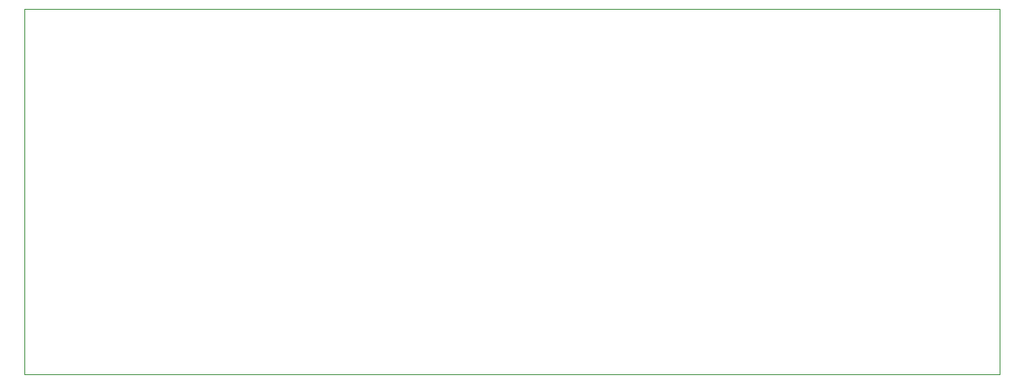
<source format=gbr>
%TF.GenerationSoftware,KiCad,Pcbnew,5.1.5+dfsg1-2build2*%
%TF.CreationDate,2021-08-20T15:01:26+02:00*%
%TF.ProjectId,power-supply,706f7765-722d-4737-9570-706c792e6b69,1.2*%
%TF.SameCoordinates,PX4d83c00PY6a95280*%
%TF.FileFunction,Profile,NP*%
%FSLAX46Y46*%
G04 Gerber Fmt 4.6, Leading zero omitted, Abs format (unit mm)*
G04 Created by KiCad (PCBNEW 5.1.5+dfsg1-2build2) date 2021-08-20 15:01:26*
%MOMM*%
%LPD*%
G04 APERTURE LIST*
%TA.AperFunction,Profile*%
%ADD10C,0.050000*%
%TD*%
G04 APERTURE END LIST*
D10*
X0Y38100000D02*
X0Y0D01*
X101600000Y38100000D02*
X0Y38100000D01*
X101600000Y0D02*
X101600000Y38100000D01*
X0Y0D02*
X101600000Y0D01*
M02*

</source>
